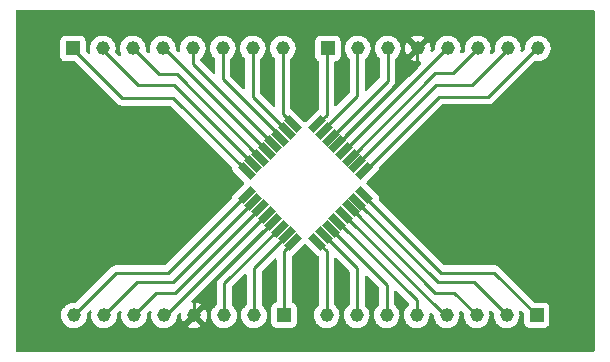
<source format=gbr>
%TF.GenerationSoftware,KiCad,Pcbnew,(6.0.4)*%
%TF.CreationDate,2022-08-04T23:26:18+09:00*%
%TF.ProjectId,ATMega328_breakout,41544d65-6761-4333-9238-5f627265616b,rev?*%
%TF.SameCoordinates,Original*%
%TF.FileFunction,Copper,L1,Top*%
%TF.FilePolarity,Positive*%
%FSLAX46Y46*%
G04 Gerber Fmt 4.6, Leading zero omitted, Abs format (unit mm)*
G04 Created by KiCad (PCBNEW (6.0.4)) date 2022-08-04 23:26:18*
%MOMM*%
%LPD*%
G01*
G04 APERTURE LIST*
G04 Aperture macros list*
%AMRotRect*
0 Rectangle, with rotation*
0 The origin of the aperture is its center*
0 $1 length*
0 $2 width*
0 $3 Rotation angle, in degrees counterclockwise*
0 Add horizontal line*
21,1,$1,$2,0,0,$3*%
G04 Aperture macros list end*
%TA.AperFunction,ComponentPad*%
%ADD10R,1.150000X1.150000*%
%TD*%
%TA.AperFunction,ComponentPad*%
%ADD11C,1.150000*%
%TD*%
%TA.AperFunction,SMDPad,CuDef*%
%ADD12RotRect,0.600000X1.475000X135.000000*%
%TD*%
%TA.AperFunction,SMDPad,CuDef*%
%ADD13RotRect,0.600000X1.475000X45.000000*%
%TD*%
%TA.AperFunction,ViaPad*%
%ADD14C,2.500000*%
%TD*%
%TA.AperFunction,Conductor*%
%ADD15C,0.250000*%
%TD*%
G04 APERTURE END LIST*
D10*
%TO.P,J1,1,1*%
%TO.N,Net-(IC1-Pad8)*%
X116100000Y-89300000D03*
D11*
%TO.P,J1,2,2*%
%TO.N,Net-(IC1-Pad7)*%
X113560000Y-89300000D03*
%TO.P,J1,3,3*%
%TO.N,Net-(IC1-Pad6)*%
X111020000Y-89300000D03*
%TO.P,J1,4,4*%
%TO.N,GND*%
X108480000Y-89300000D03*
%TO.P,J1,5,5*%
%TO.N,VCC*%
X105940000Y-89300000D03*
%TO.P,J1,6,6*%
%TO.N,Net-(IC1-Pad3)*%
X103400000Y-89300000D03*
%TO.P,J1,7,7*%
%TO.N,Net-(IC1-Pad2)*%
X100860000Y-89300000D03*
%TO.P,J1,8,8*%
%TO.N,Net-(IC1-Pad1)*%
X98320000Y-89300000D03*
%TD*%
D12*
%TO.P,IC1,1,(OC2B/INT1/PTCXY)_PD3*%
%TO.N,Net-(IC1-Pad1)*%
X112923382Y-79116820D03*
%TO.P,IC1,2,(XCK0/T0/PTCXY)_PD4*%
%TO.N,Net-(IC1-Pad2)*%
X113489068Y-79682505D03*
%TO.P,IC1,3,(SDA1/ICP4/ACO/PTCXY)_PE0*%
%TO.N,Net-(IC1-Pad3)*%
X114054753Y-80248190D03*
%TO.P,IC1,4,VCC*%
%TO.N,VCC*%
X114620439Y-80813876D03*
%TO.P,IC1,5,GND_1*%
%TO.N,GND*%
X115186124Y-81379561D03*
%TO.P,IC1,6,(SCL1/T4/PTCXY)_PE1*%
%TO.N,Net-(IC1-Pad6)*%
X115751810Y-81945247D03*
%TO.P,IC1,7,(XTAL1/TOSC1)_PB6*%
%TO.N,Net-(IC1-Pad7)*%
X116317495Y-82510932D03*
%TO.P,IC1,8,(XTAL2/TOSC2)_PB7*%
%TO.N,Net-(IC1-Pad8)*%
X116883180Y-83076618D03*
D13*
%TO.P,IC1,9,(OC0B/T1/PTCXY)_PD5*%
%TO.N,Net-(IC1-Pad9)*%
X118916820Y-83076618D03*
%TO.P,IC1,10,(OC0A/PTCXY/AIN0)_PD6*%
%TO.N,Net-(IC1-Pad10)*%
X119482505Y-82510932D03*
%TO.P,IC1,11,(PTCXY/AIN1)_PD7*%
%TO.N,Net-(IC1-Pad11)*%
X120048190Y-81945247D03*
%TO.P,IC1,12,(ICP1/CLKO/PTCXY)_PB0*%
%TO.N,Net-(IC1-Pad12)*%
X120613876Y-81379561D03*
%TO.P,IC1,13,(OC1A/PTCXY)_PB1*%
%TO.N,Net-(IC1-Pad13)*%
X121179561Y-80813876D03*
%TO.P,IC1,14,(~{SS0}/OC1B/PTCXY)_PB2*%
%TO.N,Net-(IC1-Pad14)*%
X121745247Y-80248190D03*
%TO.P,IC1,15,(MOSI0/TXD1/OC2A/PTCXY)_PB3*%
%TO.N,Net-(IC1-Pad15)*%
X122310932Y-79682505D03*
%TO.P,IC1,16,(MISO0/RXD1/PTCXY)_PB4*%
%TO.N,Net-(IC1-Pad16)*%
X122876618Y-79116820D03*
D12*
%TO.P,IC1,17,PB5_(PTCXY/XCK1/SCK0)*%
%TO.N,Net-(IC1-Pad17)*%
X122876618Y-77083180D03*
%TO.P,IC1,18,AVCC*%
%TO.N,Net-(IC1-Pad18)*%
X122310932Y-76517495D03*
%TO.P,IC1,19,PE2_(ADC6/PTCY/ICP3/~{SS1})*%
%TO.N,Net-(IC1-Pad19)*%
X121745247Y-75951810D03*
%TO.P,IC1,20,AREF*%
%TO.N,Net-(IC1-Pad20)*%
X121179561Y-75386124D03*
%TO.P,IC1,21,GND_2*%
%TO.N,GND*%
X120613876Y-74820439D03*
%TO.P,IC1,22,PE3_(ADC7/PTCY/T3/MOSI1)*%
%TO.N,Net-(IC1-Pad22)*%
X120048190Y-74254753D03*
%TO.P,IC1,23,PC0_(ADC0/PTCY/MISO1)*%
%TO.N,Net-(IC1-Pad23)*%
X119482505Y-73689068D03*
%TO.P,IC1,24,PC1_(ADC1/PTCY/SCK1)*%
%TO.N,Net-(IC1-Pad24)*%
X118916820Y-73123382D03*
D13*
%TO.P,IC1,25,PC2_(ADC2/PTCY)*%
%TO.N,Net-(IC1-Pad25)*%
X116883180Y-73123382D03*
%TO.P,IC1,26,PC3_(ADC3/PTCY)*%
%TO.N,Net-(IC1-Pad26)*%
X116317495Y-73689068D03*
%TO.P,IC1,27,PC4_(ADC4/PTCY/SDA0)*%
%TO.N,Net-(IC1-Pad27)*%
X115751810Y-74254753D03*
%TO.P,IC1,28,PC5_(ADC5/PTCY/SCL0)*%
%TO.N,Net-(IC1-Pad28)*%
X115186124Y-74820439D03*
%TO.P,IC1,29,PC6_(~{RESET})*%
%TO.N,Net-(IC1-Pad29)*%
X114620439Y-75386124D03*
%TO.P,IC1,30,PD0_(PTCXY/OC3A/RXD0)*%
%TO.N,Net-(IC1-Pad30)*%
X114054753Y-75951810D03*
%TO.P,IC1,31,PD1_(PTCXY/OC4A/TXD0)*%
%TO.N,Net-(IC1-Pad31)*%
X113489068Y-76517495D03*
%TO.P,IC1,32,PD2_(PTCXY/INT0/OC3B/OC4B)*%
%TO.N,Net-(IC1-Pad32)*%
X112923382Y-77083180D03*
%TD*%
D10*
%TO.P,J3,1,1*%
%TO.N,Net-(IC1-Pad16)*%
X137490000Y-89300000D03*
D11*
%TO.P,J3,2,2*%
%TO.N,Net-(IC1-Pad15)*%
X134950000Y-89300000D03*
%TO.P,J3,3,3*%
%TO.N,Net-(IC1-Pad14)*%
X132410000Y-89300000D03*
%TO.P,J3,4,4*%
%TO.N,Net-(IC1-Pad13)*%
X129870000Y-89300000D03*
%TO.P,J3,5,5*%
%TO.N,Net-(IC1-Pad12)*%
X127330000Y-89300000D03*
%TO.P,J3,6,6*%
%TO.N,Net-(IC1-Pad11)*%
X124790000Y-89300000D03*
%TO.P,J3,7,7*%
%TO.N,Net-(IC1-Pad10)*%
X122250000Y-89300000D03*
%TO.P,J3,8,8*%
%TO.N,Net-(IC1-Pad9)*%
X119710000Y-89300000D03*
%TD*%
D10*
%TO.P,J4,1,1*%
%TO.N,Net-(IC1-Pad24)*%
X119800000Y-66700000D03*
D11*
%TO.P,J4,2,2*%
%TO.N,Net-(IC1-Pad23)*%
X122340000Y-66700000D03*
%TO.P,J4,3,3*%
%TO.N,Net-(IC1-Pad22)*%
X124880000Y-66700000D03*
%TO.P,J4,4,4*%
%TO.N,GND*%
X127420000Y-66700000D03*
%TO.P,J4,5,5*%
%TO.N,Net-(IC1-Pad20)*%
X129960000Y-66700000D03*
%TO.P,J4,6,6*%
%TO.N,Net-(IC1-Pad19)*%
X132500000Y-66700000D03*
%TO.P,J4,7,7*%
%TO.N,Net-(IC1-Pad18)*%
X135040000Y-66700000D03*
%TO.P,J4,8,8*%
%TO.N,Net-(IC1-Pad17)*%
X137580000Y-66700000D03*
%TD*%
D10*
%TO.P,J2,1,1*%
%TO.N,Net-(IC1-Pad32)*%
X98210000Y-66700000D03*
D11*
%TO.P,J2,2,2*%
%TO.N,Net-(IC1-Pad31)*%
X100750000Y-66700000D03*
%TO.P,J2,3,3*%
%TO.N,Net-(IC1-Pad30)*%
X103290000Y-66700000D03*
%TO.P,J2,4,4*%
%TO.N,Net-(IC1-Pad29)*%
X105830000Y-66700000D03*
%TO.P,J2,5,5*%
%TO.N,Net-(IC1-Pad28)*%
X108370000Y-66700000D03*
%TO.P,J2,6,6*%
%TO.N,Net-(IC1-Pad27)*%
X110910000Y-66700000D03*
%TO.P,J2,7,7*%
%TO.N,Net-(IC1-Pad26)*%
X113450000Y-66700000D03*
%TO.P,J2,8,8*%
%TO.N,Net-(IC1-Pad25)*%
X115990000Y-66700000D03*
%TD*%
D14*
%TO.N,GND*%
X94800000Y-91000000D03*
X94700000Y-64800000D03*
X141100000Y-64800000D03*
X141100000Y-91100000D03*
%TD*%
D15*
%TO.N,Net-(IC1-Pad1)*%
X101900000Y-85700000D02*
X106300000Y-85700000D01*
X98320000Y-89280000D02*
X101900000Y-85700000D01*
X112883180Y-79116820D02*
X112923382Y-79116820D01*
X98320000Y-89300000D02*
X98320000Y-89280000D01*
X106300000Y-85700000D02*
X112883180Y-79116820D01*
%TO.N,Net-(IC1-Pad2)*%
X103660000Y-86500000D02*
X106671573Y-86500000D01*
X100860000Y-89300000D02*
X103660000Y-86500000D01*
X106671573Y-86500000D02*
X113489068Y-79682505D01*
%TO.N,Net-(IC1-Pad3)*%
X114054753Y-80248190D02*
X106902943Y-87400000D01*
X106902943Y-87400000D02*
X105300000Y-87400000D01*
X105300000Y-87400000D02*
X103400000Y-89300000D01*
%TO.N,Net-(IC1-Pad6)*%
X115654753Y-81945247D02*
X111020000Y-86580000D01*
X115751810Y-81945247D02*
X115654753Y-81945247D01*
X111020000Y-86580000D02*
X111020000Y-89300000D01*
%TO.N,Net-(IC1-Pad7)*%
X116317495Y-82510932D02*
X116317495Y-82532505D01*
X113560000Y-85290000D02*
X113560000Y-89300000D01*
X116317495Y-82532505D02*
X113560000Y-85290000D01*
%TO.N,Net-(IC1-Pad8)*%
X116100000Y-83859798D02*
X116100000Y-89300000D01*
X116883180Y-83076618D02*
X116100000Y-83859798D01*
%TO.N,Net-(IC1-Pad9)*%
X119710000Y-83869798D02*
X119710000Y-89300000D01*
X118916820Y-83076618D02*
X119710000Y-83869798D01*
%TO.N,Net-(IC1-Pad10)*%
X122300000Y-85300000D02*
X122300000Y-89250000D01*
X119510932Y-82510932D02*
X122300000Y-85300000D01*
X122300000Y-89250000D02*
X122250000Y-89300000D01*
X119482505Y-82510932D02*
X119510932Y-82510932D01*
%TO.N,Net-(IC1-Pad11)*%
X124790000Y-86687057D02*
X124790000Y-89300000D01*
X120048190Y-81945247D02*
X124790000Y-86687057D01*
%TO.N,Net-(IC1-Pad12)*%
X120679561Y-81379561D02*
X127330000Y-88030000D01*
X127330000Y-88030000D02*
X127330000Y-89300000D01*
X120613876Y-81379561D02*
X120679561Y-81379561D01*
%TO.N,Net-(IC1-Pad13)*%
X129700000Y-89300000D02*
X129870000Y-89300000D01*
X121213876Y-80813876D02*
X129700000Y-89300000D01*
X121179561Y-80813876D02*
X121213876Y-80813876D01*
%TO.N,Net-(IC1-Pad14)*%
X121745247Y-80248190D02*
X128897057Y-87400000D01*
X128897057Y-87400000D02*
X130500000Y-87400000D01*
X132400000Y-89300000D02*
X132410000Y-89300000D01*
X130500000Y-87400000D02*
X132400000Y-89300000D01*
%TO.N,Net-(IC1-Pad15)*%
X132150000Y-86500000D02*
X134950000Y-89300000D01*
X122310932Y-79682505D02*
X129128427Y-86500000D01*
X129128427Y-86500000D02*
X132150000Y-86500000D01*
%TO.N,Net-(IC1-Pad16)*%
X129400000Y-85700000D02*
X133890000Y-85700000D01*
X133890000Y-85700000D02*
X137490000Y-89300000D01*
X122876618Y-79176618D02*
X129400000Y-85700000D01*
X122876618Y-79116820D02*
X122876618Y-79176618D01*
%TO.N,Net-(IC1-Pad17)*%
X122916820Y-77083180D02*
X129200000Y-70800000D01*
X129200000Y-70800000D02*
X133380000Y-70800000D01*
X133380000Y-70800000D02*
X137480000Y-66700000D01*
X122876618Y-77083180D02*
X122916820Y-77083180D01*
%TO.N,Net-(IC1-Pad18)*%
X129000000Y-69800000D02*
X132000000Y-69800000D01*
X122310932Y-76489068D02*
X129000000Y-69800000D01*
X122310932Y-76517495D02*
X122310932Y-76489068D01*
X132000000Y-69800000D02*
X135040000Y-66760000D01*
X135040000Y-66760000D02*
X135040000Y-66700000D01*
%TO.N,Net-(IC1-Pad19)*%
X128897057Y-68800000D02*
X130400000Y-68800000D01*
X121745247Y-75951810D02*
X128897057Y-68800000D01*
X130400000Y-68800000D02*
X132500000Y-66700000D01*
%TO.N,Net-(IC1-Pad20)*%
X121179561Y-75386124D02*
X121179561Y-75380439D01*
X121179561Y-75380439D02*
X129860000Y-66700000D01*
%TO.N,Net-(IC1-Pad22)*%
X120048190Y-74254753D02*
X124880000Y-69422943D01*
X124880000Y-69422943D02*
X124880000Y-66700000D01*
%TO.N,Net-(IC1-Pad23)*%
X119482505Y-73689068D02*
X119482505Y-73517495D01*
X119482505Y-73517495D02*
X122300000Y-70700000D01*
X122300000Y-70700000D02*
X122300000Y-66760000D01*
%TO.N,Net-(IC1-Pad24)*%
X119700000Y-72340202D02*
X118916820Y-73123382D01*
X119700000Y-66700000D02*
X119700000Y-72340202D01*
%TO.N,Net-(IC1-Pad25)*%
X115990000Y-72230202D02*
X115990000Y-66700000D01*
X116883180Y-73123382D02*
X115990000Y-72230202D01*
%TO.N,Net-(IC1-Pad26)*%
X113450000Y-70821574D02*
X113450000Y-66700000D01*
X116317495Y-73689068D02*
X113450000Y-70821574D01*
%TO.N,Net-(IC1-Pad27)*%
X115751810Y-74151810D02*
X110910000Y-69310000D01*
X110910000Y-69310000D02*
X110910000Y-66700000D01*
X115751810Y-74254753D02*
X115751810Y-74151810D01*
%TO.N,Net-(IC1-Pad28)*%
X115186124Y-74820439D02*
X108370000Y-68004315D01*
X108370000Y-68004315D02*
X108370000Y-66700000D01*
%TO.N,Net-(IC1-Pad29)*%
X114620439Y-75386124D02*
X105934315Y-66700000D01*
X105934315Y-66700000D02*
X105830000Y-66700000D01*
%TO.N,Net-(IC1-Pad30)*%
X114054753Y-75951810D02*
X107002943Y-68900000D01*
X103300000Y-66700000D02*
X103290000Y-66700000D01*
X107002943Y-68900000D02*
X105500000Y-68900000D01*
X105500000Y-68900000D02*
X103300000Y-66700000D01*
%TO.N,Net-(IC1-Pad31)*%
X113489068Y-76517495D02*
X106771573Y-69800000D01*
X100750000Y-66850000D02*
X100750000Y-66700000D01*
X106771573Y-69800000D02*
X103700000Y-69800000D01*
X103700000Y-69800000D02*
X100750000Y-66850000D01*
%TO.N,Net-(IC1-Pad32)*%
X98210000Y-66700000D02*
X98210000Y-66710000D01*
X102400000Y-70900000D02*
X106740202Y-70900000D01*
X106740202Y-70900000D02*
X112923382Y-77083180D01*
X98210000Y-66710000D02*
X102400000Y-70900000D01*
%TO.N,VCC*%
X114586124Y-80813876D02*
X106100000Y-89300000D01*
X106100000Y-89300000D02*
X105940000Y-89300000D01*
X114620439Y-80813876D02*
X114586124Y-80813876D01*
%TO.N,GND*%
X120613876Y-74820439D02*
X120679561Y-74820439D01*
X127320000Y-68180000D02*
X127320000Y-66700000D01*
X120679561Y-74820439D02*
X127320000Y-68180000D01*
X115186124Y-81379561D02*
X108480000Y-88085685D01*
X108480000Y-88085685D02*
X108480000Y-89300000D01*
%TD*%
%TA.AperFunction,Conductor*%
%TO.N,GND*%
G36*
X142333621Y-63428502D02*
G01*
X142380114Y-63482158D01*
X142391500Y-63534500D01*
X142391500Y-92265500D01*
X142371498Y-92333621D01*
X142317842Y-92380114D01*
X142265500Y-92391500D01*
X93534500Y-92391500D01*
X93466379Y-92371498D01*
X93419886Y-92317842D01*
X93408500Y-92265500D01*
X93408500Y-67323134D01*
X97126500Y-67323134D01*
X97133255Y-67385316D01*
X97184385Y-67521705D01*
X97271739Y-67638261D01*
X97388295Y-67725615D01*
X97524684Y-67776745D01*
X97586866Y-67783500D01*
X98335406Y-67783500D01*
X98403527Y-67803502D01*
X98424501Y-67820405D01*
X100161514Y-69557419D01*
X101896348Y-71292253D01*
X101903888Y-71300539D01*
X101908000Y-71307018D01*
X101913777Y-71312443D01*
X101957651Y-71353643D01*
X101960493Y-71356398D01*
X101980230Y-71376135D01*
X101983427Y-71378615D01*
X101992447Y-71386318D01*
X102024679Y-71416586D01*
X102031625Y-71420405D01*
X102031628Y-71420407D01*
X102042434Y-71426348D01*
X102058953Y-71437199D01*
X102074959Y-71449614D01*
X102082228Y-71452759D01*
X102082232Y-71452762D01*
X102115537Y-71467174D01*
X102126187Y-71472391D01*
X102164940Y-71493695D01*
X102172615Y-71495666D01*
X102172616Y-71495666D01*
X102184562Y-71498733D01*
X102203267Y-71505137D01*
X102221855Y-71513181D01*
X102229678Y-71514420D01*
X102229688Y-71514423D01*
X102265524Y-71520099D01*
X102277144Y-71522505D01*
X102312289Y-71531528D01*
X102319970Y-71533500D01*
X102340224Y-71533500D01*
X102359934Y-71535051D01*
X102379943Y-71538220D01*
X102387835Y-71537474D01*
X102423961Y-71534059D01*
X102435819Y-71533500D01*
X106425608Y-71533500D01*
X106493729Y-71553502D01*
X106514703Y-71570405D01*
X111640398Y-76696101D01*
X111674424Y-76758413D01*
X111676059Y-76773619D01*
X111676030Y-76773821D01*
X111681665Y-76813169D01*
X111695406Y-76909121D01*
X111695407Y-76909124D01*
X111696679Y-76918007D01*
X111756966Y-77050603D01*
X111761913Y-77056756D01*
X111761915Y-77056759D01*
X111777882Y-77076617D01*
X111796159Y-77099349D01*
X112707715Y-78010905D01*
X112741741Y-78073217D01*
X112736676Y-78144032D01*
X112707715Y-78189095D01*
X111796159Y-79100651D01*
X111794019Y-79103313D01*
X111761915Y-79143241D01*
X111761913Y-79143244D01*
X111756966Y-79149397D01*
X111696679Y-79281993D01*
X111686095Y-79355895D01*
X111681665Y-79386830D01*
X111652208Y-79451427D01*
X111646033Y-79458062D01*
X106074500Y-85029595D01*
X106012188Y-85063621D01*
X105985405Y-85066500D01*
X101978768Y-85066500D01*
X101967585Y-85065973D01*
X101960092Y-85064298D01*
X101952166Y-85064547D01*
X101952165Y-85064547D01*
X101892002Y-85066438D01*
X101888044Y-85066500D01*
X101860144Y-85066500D01*
X101856154Y-85067004D01*
X101844320Y-85067936D01*
X101800111Y-85069326D01*
X101792495Y-85071539D01*
X101792493Y-85071539D01*
X101780652Y-85074979D01*
X101761293Y-85078988D01*
X101759983Y-85079154D01*
X101741203Y-85081526D01*
X101733837Y-85084442D01*
X101733831Y-85084444D01*
X101700098Y-85097800D01*
X101688868Y-85101645D01*
X101672828Y-85106305D01*
X101646407Y-85113981D01*
X101639584Y-85118016D01*
X101628966Y-85124295D01*
X101611213Y-85132992D01*
X101603568Y-85136019D01*
X101592383Y-85140448D01*
X101578705Y-85150386D01*
X101556612Y-85166437D01*
X101546695Y-85172951D01*
X101508638Y-85195458D01*
X101494317Y-85209779D01*
X101479284Y-85222619D01*
X101462893Y-85234528D01*
X101454217Y-85245016D01*
X101434702Y-85268605D01*
X101426712Y-85277384D01*
X98523187Y-88180908D01*
X98460875Y-88214934D01*
X98432442Y-88217802D01*
X98234625Y-88215212D01*
X98038368Y-88248936D01*
X97851543Y-88317859D01*
X97846582Y-88320811D01*
X97846581Y-88320811D01*
X97741221Y-88383494D01*
X97680406Y-88419675D01*
X97530690Y-88550972D01*
X97527118Y-88555503D01*
X97431443Y-88676866D01*
X97407407Y-88707355D01*
X97314688Y-88883586D01*
X97255637Y-89073763D01*
X97232231Y-89271516D01*
X97245255Y-89470223D01*
X97294272Y-89663229D01*
X97377641Y-89844071D01*
X97383708Y-89852656D01*
X97428709Y-89916330D01*
X97492570Y-90006692D01*
X97635210Y-90145645D01*
X97800784Y-90256278D01*
X97806087Y-90258556D01*
X97806090Y-90258558D01*
X97969506Y-90328767D01*
X97983746Y-90334885D01*
X98055276Y-90351071D01*
X98172332Y-90377558D01*
X98172337Y-90377559D01*
X98177969Y-90378833D01*
X98183740Y-90379060D01*
X98183742Y-90379060D01*
X98243969Y-90381426D01*
X98376949Y-90386651D01*
X98492506Y-90369896D01*
X98568300Y-90358907D01*
X98568304Y-90358906D01*
X98574022Y-90358077D01*
X98579494Y-90356219D01*
X98579496Y-90356219D01*
X98757119Y-90295923D01*
X98762587Y-90294067D01*
X98768448Y-90290785D01*
X98931291Y-90199588D01*
X98936330Y-90196766D01*
X98993938Y-90148855D01*
X99085001Y-90073119D01*
X99089433Y-90069433D01*
X99208282Y-89926531D01*
X99213077Y-89920766D01*
X99213079Y-89920764D01*
X99216766Y-89916330D01*
X99314067Y-89742587D01*
X99378077Y-89554022D01*
X99378923Y-89548191D01*
X99406118Y-89360623D01*
X99406651Y-89356949D01*
X99408142Y-89300000D01*
X99398104Y-89190756D01*
X99395688Y-89164464D01*
X99409373Y-89094799D01*
X99432064Y-89063840D01*
X99603146Y-88892758D01*
X99665458Y-88858732D01*
X99736273Y-88863797D01*
X99793109Y-88906344D01*
X99817920Y-88972864D01*
X99812574Y-89019216D01*
X99795637Y-89073763D01*
X99772231Y-89271516D01*
X99785255Y-89470223D01*
X99834272Y-89663229D01*
X99917641Y-89844071D01*
X99923708Y-89852656D01*
X99968709Y-89916330D01*
X100032570Y-90006692D01*
X100175210Y-90145645D01*
X100340784Y-90256278D01*
X100346087Y-90258556D01*
X100346090Y-90258558D01*
X100509506Y-90328767D01*
X100523746Y-90334885D01*
X100595276Y-90351071D01*
X100712332Y-90377558D01*
X100712337Y-90377559D01*
X100717969Y-90378833D01*
X100723740Y-90379060D01*
X100723742Y-90379060D01*
X100783969Y-90381426D01*
X100916949Y-90386651D01*
X101032506Y-90369896D01*
X101108300Y-90358907D01*
X101108304Y-90358906D01*
X101114022Y-90358077D01*
X101119494Y-90356219D01*
X101119496Y-90356219D01*
X101297119Y-90295923D01*
X101302587Y-90294067D01*
X101308448Y-90290785D01*
X101471291Y-90199588D01*
X101476330Y-90196766D01*
X101533938Y-90148855D01*
X101625001Y-90073119D01*
X101629433Y-90069433D01*
X101748282Y-89926531D01*
X101753077Y-89920766D01*
X101753079Y-89920764D01*
X101756766Y-89916330D01*
X101854067Y-89742587D01*
X101918077Y-89554022D01*
X101918923Y-89548191D01*
X101946118Y-89360623D01*
X101946651Y-89356949D01*
X101948142Y-89300000D01*
X101938104Y-89190756D01*
X101937371Y-89182781D01*
X101951056Y-89113116D01*
X101973747Y-89082157D01*
X102134139Y-88921765D01*
X102196451Y-88887739D01*
X102267266Y-88892804D01*
X102324102Y-88935351D01*
X102348913Y-89001871D01*
X102343567Y-89048224D01*
X102335637Y-89073763D01*
X102312231Y-89271516D01*
X102325255Y-89470223D01*
X102374272Y-89663229D01*
X102457641Y-89844071D01*
X102463708Y-89852656D01*
X102508709Y-89916330D01*
X102572570Y-90006692D01*
X102715210Y-90145645D01*
X102880784Y-90256278D01*
X102886087Y-90258556D01*
X102886090Y-90258558D01*
X103049506Y-90328767D01*
X103063746Y-90334885D01*
X103135276Y-90351071D01*
X103252332Y-90377558D01*
X103252337Y-90377559D01*
X103257969Y-90378833D01*
X103263740Y-90379060D01*
X103263742Y-90379060D01*
X103323969Y-90381426D01*
X103456949Y-90386651D01*
X103572506Y-90369896D01*
X103648300Y-90358907D01*
X103648304Y-90358906D01*
X103654022Y-90358077D01*
X103659494Y-90356219D01*
X103659496Y-90356219D01*
X103837119Y-90295923D01*
X103842587Y-90294067D01*
X103848448Y-90290785D01*
X104011291Y-90199588D01*
X104016330Y-90196766D01*
X104073938Y-90148855D01*
X104165001Y-90073119D01*
X104169433Y-90069433D01*
X104288282Y-89926531D01*
X104293077Y-89920766D01*
X104293079Y-89920764D01*
X104296766Y-89916330D01*
X104394067Y-89742587D01*
X104458077Y-89554022D01*
X104458923Y-89548191D01*
X104486118Y-89360623D01*
X104486651Y-89356949D01*
X104488142Y-89300000D01*
X104478104Y-89190756D01*
X104477371Y-89182781D01*
X104491056Y-89113116D01*
X104513747Y-89082157D01*
X104674139Y-88921765D01*
X104736451Y-88887739D01*
X104807266Y-88892804D01*
X104864102Y-88935351D01*
X104888913Y-89001871D01*
X104883567Y-89048224D01*
X104875637Y-89073763D01*
X104852231Y-89271516D01*
X104865255Y-89470223D01*
X104914272Y-89663229D01*
X104997641Y-89844071D01*
X105003708Y-89852656D01*
X105048709Y-89916330D01*
X105112570Y-90006692D01*
X105255210Y-90145645D01*
X105420784Y-90256278D01*
X105426087Y-90258556D01*
X105426090Y-90258558D01*
X105589506Y-90328767D01*
X105603746Y-90334885D01*
X105675276Y-90351071D01*
X105792332Y-90377558D01*
X105792337Y-90377559D01*
X105797969Y-90378833D01*
X105803740Y-90379060D01*
X105803742Y-90379060D01*
X105863969Y-90381426D01*
X105996949Y-90386651D01*
X106112506Y-90369896D01*
X106188300Y-90358907D01*
X106188304Y-90358906D01*
X106194022Y-90358077D01*
X106199494Y-90356219D01*
X106199496Y-90356219D01*
X106377119Y-90295923D01*
X106382587Y-90294067D01*
X106388448Y-90290785D01*
X106509004Y-90223270D01*
X107921091Y-90223270D01*
X107930971Y-90235757D01*
X107956222Y-90252629D01*
X107966330Y-90258117D01*
X108138598Y-90332129D01*
X108149531Y-90335681D01*
X108332398Y-90377060D01*
X108343807Y-90378562D01*
X108531155Y-90385922D01*
X108542637Y-90385320D01*
X108728191Y-90358417D01*
X108739374Y-90355732D01*
X108916911Y-90295467D01*
X108927426Y-90290785D01*
X109029662Y-90233530D01*
X109039526Y-90223452D01*
X109036571Y-90215781D01*
X108492812Y-89672022D01*
X108478868Y-89664408D01*
X108477035Y-89664539D01*
X108470420Y-89668790D01*
X107927287Y-90211923D01*
X107921091Y-90223270D01*
X106509004Y-90223270D01*
X106551291Y-90199588D01*
X106556330Y-90196766D01*
X106613938Y-90148855D01*
X106705001Y-90073119D01*
X106709433Y-90069433D01*
X106828282Y-89926531D01*
X106833077Y-89920766D01*
X106833079Y-89920764D01*
X106836766Y-89916330D01*
X106934067Y-89742587D01*
X106998077Y-89554022D01*
X106998923Y-89548191D01*
X107026118Y-89360623D01*
X107026651Y-89356949D01*
X107027693Y-89317147D01*
X107049471Y-89249573D01*
X107064555Y-89231349D01*
X107185254Y-89110650D01*
X107247566Y-89076624D01*
X107318381Y-89081689D01*
X107375217Y-89124236D01*
X107400028Y-89190756D01*
X107399476Y-89214554D01*
X107393412Y-89265792D01*
X107393111Y-89277295D01*
X107405373Y-89464376D01*
X107407174Y-89475746D01*
X107453323Y-89657462D01*
X107457164Y-89668308D01*
X107535658Y-89838574D01*
X107541410Y-89848538D01*
X107543725Y-89851813D01*
X107554314Y-89860203D01*
X107567616Y-89853174D01*
X108119658Y-89301132D01*
X108844408Y-89301132D01*
X108844539Y-89302965D01*
X108848790Y-89309580D01*
X109391866Y-89852656D01*
X109404246Y-89859416D01*
X109410826Y-89854490D01*
X109470785Y-89747426D01*
X109475467Y-89736911D01*
X109535732Y-89559374D01*
X109538417Y-89548191D01*
X109565616Y-89360597D01*
X109566246Y-89353214D01*
X109567543Y-89303704D01*
X109567300Y-89296305D01*
X109549956Y-89107547D01*
X109547859Y-89096233D01*
X109496967Y-88915784D01*
X109492845Y-88905045D01*
X109415422Y-88748047D01*
X109405875Y-88737670D01*
X109399442Y-88739768D01*
X108852022Y-89287188D01*
X108844408Y-89301132D01*
X108119658Y-89301132D01*
X109032155Y-88388635D01*
X109038915Y-88376255D01*
X109032885Y-88368200D01*
X108978657Y-88333985D01*
X108968418Y-88328768D01*
X108794274Y-88259291D01*
X108783236Y-88256021D01*
X108599356Y-88219445D01*
X108587910Y-88218242D01*
X108400444Y-88215789D01*
X108393233Y-88216356D01*
X108323753Y-88201759D01*
X108273195Y-88151915D01*
X108257610Y-88082650D01*
X108281947Y-88015955D01*
X108294255Y-88001649D01*
X114199679Y-82096225D01*
X114261991Y-82062199D01*
X114293214Y-82061074D01*
X114293214Y-82059956D01*
X114302195Y-82059956D01*
X114311080Y-82061228D01*
X114323933Y-82059387D01*
X114327865Y-82059955D01*
X114328938Y-82059955D01*
X114328938Y-82060110D01*
X114394198Y-82069531D01*
X114447827Y-82116054D01*
X114467791Y-82184186D01*
X114447750Y-82252296D01*
X114430886Y-82273210D01*
X110627747Y-86076348D01*
X110619461Y-86083888D01*
X110612982Y-86088000D01*
X110607557Y-86093777D01*
X110566357Y-86137651D01*
X110563602Y-86140493D01*
X110543865Y-86160230D01*
X110541385Y-86163427D01*
X110533682Y-86172447D01*
X110503414Y-86204679D01*
X110499595Y-86211625D01*
X110499593Y-86211628D01*
X110493652Y-86222434D01*
X110482801Y-86238953D01*
X110470386Y-86254959D01*
X110467241Y-86262228D01*
X110467238Y-86262232D01*
X110452826Y-86295537D01*
X110447609Y-86306187D01*
X110426305Y-86344940D01*
X110424334Y-86352615D01*
X110424334Y-86352616D01*
X110421267Y-86364562D01*
X110414863Y-86383266D01*
X110406819Y-86401855D01*
X110405580Y-86409678D01*
X110405577Y-86409688D01*
X110399901Y-86445524D01*
X110397495Y-86457144D01*
X110390014Y-86486283D01*
X110386500Y-86499970D01*
X110386500Y-86520224D01*
X110384949Y-86539934D01*
X110381780Y-86559943D01*
X110382526Y-86567835D01*
X110385941Y-86603961D01*
X110386500Y-86615819D01*
X110386500Y-88357241D01*
X110366498Y-88425362D01*
X110343577Y-88451973D01*
X110230690Y-88550972D01*
X110227118Y-88555503D01*
X110131443Y-88676866D01*
X110107407Y-88707355D01*
X110014688Y-88883586D01*
X109955637Y-89073763D01*
X109932231Y-89271516D01*
X109945255Y-89470223D01*
X109994272Y-89663229D01*
X110077641Y-89844071D01*
X110083708Y-89852656D01*
X110128709Y-89916330D01*
X110192570Y-90006692D01*
X110335210Y-90145645D01*
X110500784Y-90256278D01*
X110506087Y-90258556D01*
X110506090Y-90258558D01*
X110669506Y-90328767D01*
X110683746Y-90334885D01*
X110755276Y-90351071D01*
X110872332Y-90377558D01*
X110872337Y-90377559D01*
X110877969Y-90378833D01*
X110883740Y-90379060D01*
X110883742Y-90379060D01*
X110943969Y-90381426D01*
X111076949Y-90386651D01*
X111192506Y-90369896D01*
X111268300Y-90358907D01*
X111268304Y-90358906D01*
X111274022Y-90358077D01*
X111279494Y-90356219D01*
X111279496Y-90356219D01*
X111457119Y-90295923D01*
X111462587Y-90294067D01*
X111468448Y-90290785D01*
X111631291Y-90199588D01*
X111636330Y-90196766D01*
X111693938Y-90148855D01*
X111785001Y-90073119D01*
X111789433Y-90069433D01*
X111908282Y-89926531D01*
X111913077Y-89920766D01*
X111913079Y-89920764D01*
X111916766Y-89916330D01*
X112014067Y-89742587D01*
X112078077Y-89554022D01*
X112078923Y-89548191D01*
X112106118Y-89360623D01*
X112106651Y-89356949D01*
X112108142Y-89300000D01*
X112094677Y-89153465D01*
X112090450Y-89107456D01*
X112090449Y-89107453D01*
X112089921Y-89101702D01*
X112087975Y-89094799D01*
X112037436Y-88915604D01*
X112037435Y-88915602D01*
X112035868Y-88910045D01*
X112033314Y-88904865D01*
X111950349Y-88736627D01*
X111950346Y-88736623D01*
X111947794Y-88731447D01*
X111904500Y-88673469D01*
X111832100Y-88576515D01*
X111828647Y-88571891D01*
X111693970Y-88447397D01*
X111657526Y-88386469D01*
X111653500Y-88354873D01*
X111653500Y-86894594D01*
X111673502Y-86826473D01*
X111690405Y-86805499D01*
X112711405Y-85784499D01*
X112773717Y-85750473D01*
X112844532Y-85755538D01*
X112901368Y-85798085D01*
X112926179Y-85864605D01*
X112926500Y-85873594D01*
X112926500Y-88357241D01*
X112906498Y-88425362D01*
X112883577Y-88451973D01*
X112770690Y-88550972D01*
X112767118Y-88555503D01*
X112671443Y-88676866D01*
X112647407Y-88707355D01*
X112554688Y-88883586D01*
X112495637Y-89073763D01*
X112472231Y-89271516D01*
X112485255Y-89470223D01*
X112534272Y-89663229D01*
X112617641Y-89844071D01*
X112623708Y-89852656D01*
X112668709Y-89916330D01*
X112732570Y-90006692D01*
X112875210Y-90145645D01*
X113040784Y-90256278D01*
X113046087Y-90258556D01*
X113046090Y-90258558D01*
X113209506Y-90328767D01*
X113223746Y-90334885D01*
X113295276Y-90351071D01*
X113412332Y-90377558D01*
X113412337Y-90377559D01*
X113417969Y-90378833D01*
X113423740Y-90379060D01*
X113423742Y-90379060D01*
X113483969Y-90381426D01*
X113616949Y-90386651D01*
X113732506Y-90369896D01*
X113808300Y-90358907D01*
X113808304Y-90358906D01*
X113814022Y-90358077D01*
X113819494Y-90356219D01*
X113819496Y-90356219D01*
X113997119Y-90295923D01*
X114002587Y-90294067D01*
X114008448Y-90290785D01*
X114171291Y-90199588D01*
X114176330Y-90196766D01*
X114233938Y-90148855D01*
X114325001Y-90073119D01*
X114329433Y-90069433D01*
X114448282Y-89926531D01*
X114453077Y-89920766D01*
X114453079Y-89920764D01*
X114456766Y-89916330D01*
X114554067Y-89742587D01*
X114618077Y-89554022D01*
X114618923Y-89548191D01*
X114646118Y-89360623D01*
X114646651Y-89356949D01*
X114648142Y-89300000D01*
X114634677Y-89153465D01*
X114630450Y-89107456D01*
X114630449Y-89107453D01*
X114629921Y-89101702D01*
X114627975Y-89094799D01*
X114577436Y-88915604D01*
X114577435Y-88915602D01*
X114575868Y-88910045D01*
X114573314Y-88904865D01*
X114490349Y-88736627D01*
X114490346Y-88736623D01*
X114487794Y-88731447D01*
X114444500Y-88673469D01*
X114372100Y-88576515D01*
X114368647Y-88571891D01*
X114233970Y-88447397D01*
X114197526Y-88386469D01*
X114193500Y-88354873D01*
X114193500Y-85604594D01*
X114213502Y-85536473D01*
X114230405Y-85515499D01*
X115251405Y-84494500D01*
X115313717Y-84460474D01*
X115384533Y-84465539D01*
X115441368Y-84508086D01*
X115466179Y-84574606D01*
X115466500Y-84583595D01*
X115466500Y-88116502D01*
X115446498Y-88184623D01*
X115392842Y-88231116D01*
X115384730Y-88234484D01*
X115325555Y-88256668D01*
X115278295Y-88274385D01*
X115161739Y-88361739D01*
X115074385Y-88478295D01*
X115023255Y-88614684D01*
X115016500Y-88676866D01*
X115016500Y-89923134D01*
X115023255Y-89985316D01*
X115074385Y-90121705D01*
X115161739Y-90238261D01*
X115278295Y-90325615D01*
X115414684Y-90376745D01*
X115476866Y-90383500D01*
X116723134Y-90383500D01*
X116785316Y-90376745D01*
X116921705Y-90325615D01*
X117038261Y-90238261D01*
X117125615Y-90121705D01*
X117176745Y-89985316D01*
X117183500Y-89923134D01*
X117183500Y-88676866D01*
X117176745Y-88614684D01*
X117125615Y-88478295D01*
X117038261Y-88361739D01*
X116921705Y-88274385D01*
X116874445Y-88256668D01*
X116815270Y-88234484D01*
X116758506Y-88191842D01*
X116733806Y-88125281D01*
X116733500Y-88116502D01*
X116733500Y-84377401D01*
X116753502Y-84309280D01*
X116807350Y-84262700D01*
X116843413Y-84246304D01*
X116843419Y-84246300D01*
X116850603Y-84243034D01*
X116856756Y-84238087D01*
X116856759Y-84238085D01*
X116896687Y-84205981D01*
X116899349Y-84203841D01*
X117810905Y-83292285D01*
X117873217Y-83258259D01*
X117944032Y-83263324D01*
X117989095Y-83292285D01*
X118900651Y-84203841D01*
X118903313Y-84205981D01*
X118943241Y-84238085D01*
X118943244Y-84238087D01*
X118949397Y-84243034D01*
X118956585Y-84246302D01*
X119002651Y-84267247D01*
X119056384Y-84313651D01*
X119076500Y-84381948D01*
X119076500Y-88357241D01*
X119056498Y-88425362D01*
X119033577Y-88451973D01*
X118920690Y-88550972D01*
X118917118Y-88555503D01*
X118821443Y-88676866D01*
X118797407Y-88707355D01*
X118704688Y-88883586D01*
X118645637Y-89073763D01*
X118622231Y-89271516D01*
X118635255Y-89470223D01*
X118684272Y-89663229D01*
X118767641Y-89844071D01*
X118773708Y-89852656D01*
X118818709Y-89916330D01*
X118882570Y-90006692D01*
X119025210Y-90145645D01*
X119190784Y-90256278D01*
X119196087Y-90258556D01*
X119196090Y-90258558D01*
X119359506Y-90328767D01*
X119373746Y-90334885D01*
X119445276Y-90351071D01*
X119562332Y-90377558D01*
X119562337Y-90377559D01*
X119567969Y-90378833D01*
X119573740Y-90379060D01*
X119573742Y-90379060D01*
X119633969Y-90381426D01*
X119766949Y-90386651D01*
X119882506Y-90369896D01*
X119958300Y-90358907D01*
X119958304Y-90358906D01*
X119964022Y-90358077D01*
X119969494Y-90356219D01*
X119969496Y-90356219D01*
X120147119Y-90295923D01*
X120152587Y-90294067D01*
X120158448Y-90290785D01*
X120321291Y-90199588D01*
X120326330Y-90196766D01*
X120383938Y-90148855D01*
X120475001Y-90073119D01*
X120479433Y-90069433D01*
X120598282Y-89926531D01*
X120603077Y-89920766D01*
X120603079Y-89920764D01*
X120606766Y-89916330D01*
X120704067Y-89742587D01*
X120768077Y-89554022D01*
X120768923Y-89548191D01*
X120796118Y-89360623D01*
X120796651Y-89356949D01*
X120798142Y-89300000D01*
X120784677Y-89153465D01*
X120780450Y-89107456D01*
X120780449Y-89107453D01*
X120779921Y-89101702D01*
X120777975Y-89094799D01*
X120727436Y-88915604D01*
X120727435Y-88915602D01*
X120725868Y-88910045D01*
X120723314Y-88904865D01*
X120640349Y-88736627D01*
X120640346Y-88736623D01*
X120637794Y-88731447D01*
X120594500Y-88673469D01*
X120522100Y-88576515D01*
X120518647Y-88571891D01*
X120383970Y-88447397D01*
X120347526Y-88386469D01*
X120343500Y-88354873D01*
X120343500Y-84543594D01*
X120363502Y-84475473D01*
X120417158Y-84428980D01*
X120487432Y-84418876D01*
X120552012Y-84448370D01*
X120558595Y-84454499D01*
X121629595Y-85525500D01*
X121663621Y-85587812D01*
X121666500Y-85614595D01*
X121666500Y-88315373D01*
X121646498Y-88383494D01*
X121614794Y-88417064D01*
X121610406Y-88419675D01*
X121460690Y-88550972D01*
X121457118Y-88555503D01*
X121361443Y-88676866D01*
X121337407Y-88707355D01*
X121244688Y-88883586D01*
X121185637Y-89073763D01*
X121162231Y-89271516D01*
X121175255Y-89470223D01*
X121224272Y-89663229D01*
X121307641Y-89844071D01*
X121313708Y-89852656D01*
X121358709Y-89916330D01*
X121422570Y-90006692D01*
X121565210Y-90145645D01*
X121730784Y-90256278D01*
X121736087Y-90258556D01*
X121736090Y-90258558D01*
X121899506Y-90328767D01*
X121913746Y-90334885D01*
X121985276Y-90351071D01*
X122102332Y-90377558D01*
X122102337Y-90377559D01*
X122107969Y-90378833D01*
X122113740Y-90379060D01*
X122113742Y-90379060D01*
X122173969Y-90381426D01*
X122306949Y-90386651D01*
X122422506Y-90369896D01*
X122498300Y-90358907D01*
X122498304Y-90358906D01*
X122504022Y-90358077D01*
X122509494Y-90356219D01*
X122509496Y-90356219D01*
X122687119Y-90295923D01*
X122692587Y-90294067D01*
X122698448Y-90290785D01*
X122861291Y-90199588D01*
X122866330Y-90196766D01*
X122923938Y-90148855D01*
X123015001Y-90073119D01*
X123019433Y-90069433D01*
X123138282Y-89926531D01*
X123143077Y-89920766D01*
X123143079Y-89920764D01*
X123146766Y-89916330D01*
X123244067Y-89742587D01*
X123308077Y-89554022D01*
X123308923Y-89548191D01*
X123336118Y-89360623D01*
X123336651Y-89356949D01*
X123338142Y-89300000D01*
X123324677Y-89153465D01*
X123320450Y-89107456D01*
X123320449Y-89107453D01*
X123319921Y-89101702D01*
X123317975Y-89094799D01*
X123267436Y-88915604D01*
X123267435Y-88915602D01*
X123265868Y-88910045D01*
X123263314Y-88904865D01*
X123180349Y-88736627D01*
X123180346Y-88736623D01*
X123177794Y-88731447D01*
X123134500Y-88673469D01*
X123062100Y-88576515D01*
X123058647Y-88571891D01*
X123054409Y-88567973D01*
X123054405Y-88567969D01*
X122973971Y-88493616D01*
X122937526Y-88432688D01*
X122933500Y-88401092D01*
X122933500Y-86030652D01*
X122953502Y-85962531D01*
X123007158Y-85916038D01*
X123077432Y-85905934D01*
X123142012Y-85935428D01*
X123148595Y-85941557D01*
X124119595Y-86912557D01*
X124153621Y-86974869D01*
X124156500Y-87001652D01*
X124156500Y-88357241D01*
X124136498Y-88425362D01*
X124113577Y-88451973D01*
X124000690Y-88550972D01*
X123997118Y-88555503D01*
X123901443Y-88676866D01*
X123877407Y-88707355D01*
X123784688Y-88883586D01*
X123725637Y-89073763D01*
X123702231Y-89271516D01*
X123715255Y-89470223D01*
X123764272Y-89663229D01*
X123847641Y-89844071D01*
X123853708Y-89852656D01*
X123898709Y-89916330D01*
X123962570Y-90006692D01*
X124105210Y-90145645D01*
X124270784Y-90256278D01*
X124276087Y-90258556D01*
X124276090Y-90258558D01*
X124439506Y-90328767D01*
X124453746Y-90334885D01*
X124525276Y-90351071D01*
X124642332Y-90377558D01*
X124642337Y-90377559D01*
X124647969Y-90378833D01*
X124653740Y-90379060D01*
X124653742Y-90379060D01*
X124713969Y-90381426D01*
X124846949Y-90386651D01*
X124962506Y-90369896D01*
X125038300Y-90358907D01*
X125038304Y-90358906D01*
X125044022Y-90358077D01*
X125049494Y-90356219D01*
X125049496Y-90356219D01*
X125227119Y-90295923D01*
X125232587Y-90294067D01*
X125238448Y-90290785D01*
X125401291Y-90199588D01*
X125406330Y-90196766D01*
X125463938Y-90148855D01*
X125555001Y-90073119D01*
X125559433Y-90069433D01*
X125678282Y-89926531D01*
X125683077Y-89920766D01*
X125683079Y-89920764D01*
X125686766Y-89916330D01*
X125784067Y-89742587D01*
X125848077Y-89554022D01*
X125848923Y-89548191D01*
X125876118Y-89360623D01*
X125876651Y-89356949D01*
X125878142Y-89300000D01*
X125864677Y-89153465D01*
X125860450Y-89107456D01*
X125860449Y-89107453D01*
X125859921Y-89101702D01*
X125857975Y-89094799D01*
X125807436Y-88915604D01*
X125807435Y-88915602D01*
X125805868Y-88910045D01*
X125803314Y-88904865D01*
X125720349Y-88736627D01*
X125720346Y-88736623D01*
X125717794Y-88731447D01*
X125674500Y-88673469D01*
X125602100Y-88576515D01*
X125598647Y-88571891D01*
X125463970Y-88447397D01*
X125427526Y-88386469D01*
X125423500Y-88354873D01*
X125423500Y-87323595D01*
X125443502Y-87255474D01*
X125497158Y-87208981D01*
X125567432Y-87198877D01*
X125632012Y-87228371D01*
X125638595Y-87234500D01*
X126659595Y-88255500D01*
X126693621Y-88317812D01*
X126696500Y-88344595D01*
X126696500Y-88357241D01*
X126676498Y-88425362D01*
X126653577Y-88451973D01*
X126540690Y-88550972D01*
X126537118Y-88555503D01*
X126441443Y-88676866D01*
X126417407Y-88707355D01*
X126324688Y-88883586D01*
X126265637Y-89073763D01*
X126242231Y-89271516D01*
X126255255Y-89470223D01*
X126304272Y-89663229D01*
X126387641Y-89844071D01*
X126393708Y-89852656D01*
X126438709Y-89916330D01*
X126502570Y-90006692D01*
X126645210Y-90145645D01*
X126810784Y-90256278D01*
X126816087Y-90258556D01*
X126816090Y-90258558D01*
X126979506Y-90328767D01*
X126993746Y-90334885D01*
X127065276Y-90351071D01*
X127182332Y-90377558D01*
X127182337Y-90377559D01*
X127187969Y-90378833D01*
X127193740Y-90379060D01*
X127193742Y-90379060D01*
X127253969Y-90381426D01*
X127386949Y-90386651D01*
X127502506Y-90369896D01*
X127578300Y-90358907D01*
X127578304Y-90358906D01*
X127584022Y-90358077D01*
X127589494Y-90356219D01*
X127589496Y-90356219D01*
X127767119Y-90295923D01*
X127772587Y-90294067D01*
X127778448Y-90290785D01*
X127941291Y-90199588D01*
X127946330Y-90196766D01*
X128003938Y-90148855D01*
X128095001Y-90073119D01*
X128099433Y-90069433D01*
X128218282Y-89926531D01*
X128223077Y-89920766D01*
X128223079Y-89920764D01*
X128226766Y-89916330D01*
X128324067Y-89742587D01*
X128388077Y-89554022D01*
X128388923Y-89548191D01*
X128416118Y-89360623D01*
X128416651Y-89356949D01*
X128418142Y-89300000D01*
X128410982Y-89222076D01*
X128424667Y-89152411D01*
X128473843Y-89101203D01*
X128542898Y-89084712D01*
X128609906Y-89108172D01*
X128625548Y-89121452D01*
X128749162Y-89245066D01*
X128783188Y-89307378D01*
X128785796Y-89325915D01*
X128795255Y-89470223D01*
X128844272Y-89663229D01*
X128927641Y-89844071D01*
X128933708Y-89852656D01*
X128978709Y-89916330D01*
X129042570Y-90006692D01*
X129185210Y-90145645D01*
X129350784Y-90256278D01*
X129356087Y-90258556D01*
X129356090Y-90258558D01*
X129519506Y-90328767D01*
X129533746Y-90334885D01*
X129605276Y-90351071D01*
X129722332Y-90377558D01*
X129722337Y-90377559D01*
X129727969Y-90378833D01*
X129733740Y-90379060D01*
X129733742Y-90379060D01*
X129793969Y-90381426D01*
X129926949Y-90386651D01*
X130042506Y-90369896D01*
X130118300Y-90358907D01*
X130118304Y-90358906D01*
X130124022Y-90358077D01*
X130129494Y-90356219D01*
X130129496Y-90356219D01*
X130307119Y-90295923D01*
X130312587Y-90294067D01*
X130318448Y-90290785D01*
X130481291Y-90199588D01*
X130486330Y-90196766D01*
X130543938Y-90148855D01*
X130635001Y-90073119D01*
X130639433Y-90069433D01*
X130758282Y-89926531D01*
X130763077Y-89920766D01*
X130763079Y-89920764D01*
X130766766Y-89916330D01*
X130864067Y-89742587D01*
X130928077Y-89554022D01*
X130928923Y-89548191D01*
X130956118Y-89360623D01*
X130956651Y-89356949D01*
X130958142Y-89300000D01*
X130944677Y-89153465D01*
X130940450Y-89107456D01*
X130940449Y-89107453D01*
X130939921Y-89101702D01*
X130927266Y-89056831D01*
X130928026Y-88985838D01*
X130967047Y-88926526D01*
X131031940Y-88897727D01*
X131102102Y-88908582D01*
X131137630Y-88933534D01*
X131295249Y-89091153D01*
X131329275Y-89153465D01*
X131331281Y-89195056D01*
X131322231Y-89271516D01*
X131335255Y-89470223D01*
X131384272Y-89663229D01*
X131467641Y-89844071D01*
X131473708Y-89852656D01*
X131518709Y-89916330D01*
X131582570Y-90006692D01*
X131725210Y-90145645D01*
X131890784Y-90256278D01*
X131896087Y-90258556D01*
X131896090Y-90258558D01*
X132059506Y-90328767D01*
X132073746Y-90334885D01*
X132145276Y-90351071D01*
X132262332Y-90377558D01*
X132262337Y-90377559D01*
X132267969Y-90378833D01*
X132273740Y-90379060D01*
X132273742Y-90379060D01*
X132333969Y-90381426D01*
X132466949Y-90386651D01*
X132582506Y-90369896D01*
X132658300Y-90358907D01*
X132658304Y-90358906D01*
X132664022Y-90358077D01*
X132669494Y-90356219D01*
X132669496Y-90356219D01*
X132847119Y-90295923D01*
X132852587Y-90294067D01*
X132858448Y-90290785D01*
X133021291Y-90199588D01*
X133026330Y-90196766D01*
X133083938Y-90148855D01*
X133175001Y-90073119D01*
X133179433Y-90069433D01*
X133298282Y-89926531D01*
X133303077Y-89920766D01*
X133303079Y-89920764D01*
X133306766Y-89916330D01*
X133404067Y-89742587D01*
X133468077Y-89554022D01*
X133468923Y-89548191D01*
X133496118Y-89360623D01*
X133496651Y-89356949D01*
X133498142Y-89300000D01*
X133484677Y-89153465D01*
X133480450Y-89107456D01*
X133480449Y-89107453D01*
X133479921Y-89101702D01*
X133463338Y-89042903D01*
X133464098Y-88971911D01*
X133503119Y-88912600D01*
X133568012Y-88883800D01*
X133638173Y-88894655D01*
X133673702Y-88919607D01*
X133836307Y-89082212D01*
X133870333Y-89144524D01*
X133872339Y-89186116D01*
X133862231Y-89271516D01*
X133875255Y-89470223D01*
X133924272Y-89663229D01*
X134007641Y-89844071D01*
X134013708Y-89852656D01*
X134058709Y-89916330D01*
X134122570Y-90006692D01*
X134265210Y-90145645D01*
X134430784Y-90256278D01*
X134436087Y-90258556D01*
X134436090Y-90258558D01*
X134599506Y-90328767D01*
X134613746Y-90334885D01*
X134685276Y-90351071D01*
X134802332Y-90377558D01*
X134802337Y-90377559D01*
X134807969Y-90378833D01*
X134813740Y-90379060D01*
X134813742Y-90379060D01*
X134873969Y-90381426D01*
X135006949Y-90386651D01*
X135122506Y-90369896D01*
X135198300Y-90358907D01*
X135198304Y-90358906D01*
X135204022Y-90358077D01*
X135209494Y-90356219D01*
X135209496Y-90356219D01*
X135387119Y-90295923D01*
X135392587Y-90294067D01*
X135398448Y-90290785D01*
X135561291Y-90199588D01*
X135566330Y-90196766D01*
X135623938Y-90148855D01*
X135715001Y-90073119D01*
X135719433Y-90069433D01*
X135838282Y-89926531D01*
X135843077Y-89920766D01*
X135843079Y-89920764D01*
X135846766Y-89916330D01*
X135944067Y-89742587D01*
X136008077Y-89554022D01*
X136008923Y-89548191D01*
X136036118Y-89360623D01*
X136036651Y-89356949D01*
X136038142Y-89300000D01*
X136024677Y-89153465D01*
X136020450Y-89107456D01*
X136020449Y-89107453D01*
X136019921Y-89101702D01*
X136003338Y-89042903D01*
X136004098Y-88971911D01*
X136043119Y-88912600D01*
X136108012Y-88883800D01*
X136178173Y-88894655D01*
X136213702Y-88919607D01*
X136369595Y-89075500D01*
X136403621Y-89137812D01*
X136406500Y-89164595D01*
X136406500Y-89923134D01*
X136413255Y-89985316D01*
X136464385Y-90121705D01*
X136551739Y-90238261D01*
X136668295Y-90325615D01*
X136804684Y-90376745D01*
X136866866Y-90383500D01*
X138113134Y-90383500D01*
X138175316Y-90376745D01*
X138311705Y-90325615D01*
X138428261Y-90238261D01*
X138515615Y-90121705D01*
X138566745Y-89985316D01*
X138573500Y-89923134D01*
X138573500Y-88676866D01*
X138566745Y-88614684D01*
X138515615Y-88478295D01*
X138428261Y-88361739D01*
X138311705Y-88274385D01*
X138175316Y-88223255D01*
X138113134Y-88216500D01*
X137354594Y-88216500D01*
X137286473Y-88196498D01*
X137265499Y-88179595D01*
X134393652Y-85307747D01*
X134386112Y-85299461D01*
X134382000Y-85292982D01*
X134332348Y-85246356D01*
X134329507Y-85243602D01*
X134309770Y-85223865D01*
X134306573Y-85221385D01*
X134297551Y-85213680D01*
X134293397Y-85209779D01*
X134265321Y-85183414D01*
X134258375Y-85179595D01*
X134258372Y-85179593D01*
X134247566Y-85173652D01*
X134231047Y-85162801D01*
X134230583Y-85162441D01*
X134215041Y-85150386D01*
X134207772Y-85147241D01*
X134207768Y-85147238D01*
X134174463Y-85132826D01*
X134163813Y-85127609D01*
X134125060Y-85106305D01*
X134105437Y-85101267D01*
X134086734Y-85094863D01*
X134075420Y-85089967D01*
X134075419Y-85089967D01*
X134068145Y-85086819D01*
X134060322Y-85085580D01*
X134060312Y-85085577D01*
X134024476Y-85079901D01*
X134012856Y-85077495D01*
X133977711Y-85068472D01*
X133977710Y-85068472D01*
X133970030Y-85066500D01*
X133949776Y-85066500D01*
X133930065Y-85064949D01*
X133921681Y-85063621D01*
X133910057Y-85061780D01*
X133880786Y-85064547D01*
X133866039Y-85065941D01*
X133854181Y-85066500D01*
X129714595Y-85066500D01*
X129646474Y-85046498D01*
X129625500Y-85029595D01*
X124155775Y-79559870D01*
X124121749Y-79497558D01*
X124120142Y-79452915D01*
X124122698Y-79435066D01*
X124122698Y-79435061D01*
X124123970Y-79426179D01*
X124104594Y-79290878D01*
X124104593Y-79290876D01*
X124103321Y-79281993D01*
X124043034Y-79149397D01*
X124038087Y-79143244D01*
X124038085Y-79143241D01*
X124005981Y-79103313D01*
X124003841Y-79100651D01*
X123092285Y-78189095D01*
X123058259Y-78126783D01*
X123063324Y-78055968D01*
X123092285Y-78010905D01*
X124003841Y-77099349D01*
X124022118Y-77076617D01*
X124038085Y-77056759D01*
X124038087Y-77056756D01*
X124043034Y-77050603D01*
X124103321Y-76918007D01*
X124118335Y-76813169D01*
X124147792Y-76748572D01*
X124153967Y-76741937D01*
X129425499Y-71470405D01*
X129487811Y-71436379D01*
X129514594Y-71433500D01*
X133301233Y-71433500D01*
X133312416Y-71434027D01*
X133319909Y-71435702D01*
X133327835Y-71435453D01*
X133327836Y-71435453D01*
X133387986Y-71433562D01*
X133391945Y-71433500D01*
X133419856Y-71433500D01*
X133423791Y-71433003D01*
X133423856Y-71432995D01*
X133435693Y-71432062D01*
X133467951Y-71431048D01*
X133471970Y-71430922D01*
X133479889Y-71430673D01*
X133499343Y-71425021D01*
X133518700Y-71421013D01*
X133530930Y-71419468D01*
X133530931Y-71419468D01*
X133538797Y-71418474D01*
X133546168Y-71415555D01*
X133546170Y-71415555D01*
X133579912Y-71402196D01*
X133591142Y-71398351D01*
X133625983Y-71388229D01*
X133625984Y-71388229D01*
X133633593Y-71386018D01*
X133640412Y-71381985D01*
X133640417Y-71381983D01*
X133651028Y-71375707D01*
X133668776Y-71367012D01*
X133687617Y-71359552D01*
X133723387Y-71333564D01*
X133733307Y-71327048D01*
X133764535Y-71308580D01*
X133764538Y-71308578D01*
X133771362Y-71304542D01*
X133785683Y-71290221D01*
X133800717Y-71277380D01*
X133810694Y-71270131D01*
X133817107Y-71265472D01*
X133845298Y-71231395D01*
X133853288Y-71222616D01*
X137273937Y-67801967D01*
X137336249Y-67767941D01*
X137390839Y-67768169D01*
X137426297Y-67776192D01*
X137437969Y-67778833D01*
X137443740Y-67779060D01*
X137443742Y-67779060D01*
X137503969Y-67781426D01*
X137636949Y-67786651D01*
X137752506Y-67769896D01*
X137828300Y-67758907D01*
X137828304Y-67758906D01*
X137834022Y-67758077D01*
X137839494Y-67756219D01*
X137839496Y-67756219D01*
X137945517Y-67720229D01*
X138022587Y-67694067D01*
X138029705Y-67690081D01*
X138191291Y-67599588D01*
X138196330Y-67596766D01*
X138216591Y-67579916D01*
X138345001Y-67473119D01*
X138349433Y-67469433D01*
X138468282Y-67326531D01*
X138473077Y-67320766D01*
X138473079Y-67320764D01*
X138476766Y-67316330D01*
X138574067Y-67142587D01*
X138627187Y-66986102D01*
X138636219Y-66959496D01*
X138636219Y-66959494D01*
X138638077Y-66954022D01*
X138640690Y-66936005D01*
X138657314Y-66821343D01*
X138666651Y-66756949D01*
X138668142Y-66700000D01*
X138649921Y-66501702D01*
X138643660Y-66479500D01*
X138597436Y-66315604D01*
X138597435Y-66315602D01*
X138595868Y-66310045D01*
X138585634Y-66289292D01*
X138510349Y-66136627D01*
X138510346Y-66136623D01*
X138507794Y-66131447D01*
X138464500Y-66073469D01*
X138392100Y-65976515D01*
X138388647Y-65971891D01*
X138242419Y-65836719D01*
X138237536Y-65833638D01*
X138078886Y-65733537D01*
X138074006Y-65730458D01*
X137889049Y-65656668D01*
X137883389Y-65655542D01*
X137883385Y-65655541D01*
X137699410Y-65618946D01*
X137699405Y-65618946D01*
X137693742Y-65617819D01*
X137687967Y-65617743D01*
X137687963Y-65617743D01*
X137590390Y-65616466D01*
X137494625Y-65615212D01*
X137298368Y-65648936D01*
X137111543Y-65717859D01*
X137106582Y-65720811D01*
X137106581Y-65720811D01*
X137026928Y-65768200D01*
X136940406Y-65819675D01*
X136790690Y-65950972D01*
X136787118Y-65955503D01*
X136691443Y-66076866D01*
X136667407Y-66107355D01*
X136574688Y-66283586D01*
X136515637Y-66473763D01*
X136492231Y-66671516D01*
X136492609Y-66677282D01*
X136495900Y-66727495D01*
X136480396Y-66796778D01*
X136459265Y-66824831D01*
X136326955Y-66957141D01*
X136264643Y-66991167D01*
X136193828Y-66986102D01*
X136136992Y-66943555D01*
X136112181Y-66877035D01*
X136113164Y-66849966D01*
X136113533Y-66847423D01*
X136126651Y-66756949D01*
X136128142Y-66700000D01*
X136109921Y-66501702D01*
X136103660Y-66479500D01*
X136057436Y-66315604D01*
X136057435Y-66315602D01*
X136055868Y-66310045D01*
X136045634Y-66289292D01*
X135970349Y-66136627D01*
X135970346Y-66136623D01*
X135967794Y-66131447D01*
X135924500Y-66073469D01*
X135852100Y-65976515D01*
X135848647Y-65971891D01*
X135702419Y-65836719D01*
X135697536Y-65833638D01*
X135538886Y-65733537D01*
X135534006Y-65730458D01*
X135349049Y-65656668D01*
X135343389Y-65655542D01*
X135343385Y-65655541D01*
X135159410Y-65618946D01*
X135159405Y-65618946D01*
X135153742Y-65617819D01*
X135147967Y-65617743D01*
X135147963Y-65617743D01*
X135050390Y-65616466D01*
X134954625Y-65615212D01*
X134758368Y-65648936D01*
X134571543Y-65717859D01*
X134566582Y-65720811D01*
X134566581Y-65720811D01*
X134486928Y-65768200D01*
X134400406Y-65819675D01*
X134250690Y-65950972D01*
X134247118Y-65955503D01*
X134151443Y-66076866D01*
X134127407Y-66107355D01*
X134034688Y-66283586D01*
X133975637Y-66473763D01*
X133952231Y-66671516D01*
X133952609Y-66677282D01*
X133963761Y-66847423D01*
X133964987Y-66866135D01*
X133965255Y-66870223D01*
X133964452Y-66870276D01*
X133955953Y-66936005D01*
X133929702Y-66974393D01*
X133738739Y-67165356D01*
X133676427Y-67199382D01*
X133605612Y-67194317D01*
X133548776Y-67151770D01*
X133523965Y-67085250D01*
X133530331Y-67035760D01*
X133556218Y-66959500D01*
X133556219Y-66959494D01*
X133558077Y-66954022D01*
X133560690Y-66936005D01*
X133577314Y-66821343D01*
X133586651Y-66756949D01*
X133588142Y-66700000D01*
X133569921Y-66501702D01*
X133563660Y-66479500D01*
X133517436Y-66315604D01*
X133517435Y-66315602D01*
X133515868Y-66310045D01*
X133505634Y-66289292D01*
X133430349Y-66136627D01*
X133430346Y-66136623D01*
X133427794Y-66131447D01*
X133384500Y-66073469D01*
X133312100Y-65976515D01*
X133308647Y-65971891D01*
X133162419Y-65836719D01*
X133157536Y-65833638D01*
X132998886Y-65733537D01*
X132994006Y-65730458D01*
X132809049Y-65656668D01*
X132803389Y-65655542D01*
X132803385Y-65655541D01*
X132619410Y-65618946D01*
X132619405Y-65618946D01*
X132613742Y-65617819D01*
X132607967Y-65617743D01*
X132607963Y-65617743D01*
X132510390Y-65616466D01*
X132414625Y-65615212D01*
X132218368Y-65648936D01*
X132031543Y-65717859D01*
X132026582Y-65720811D01*
X132026581Y-65720811D01*
X131946928Y-65768200D01*
X131860406Y-65819675D01*
X131710690Y-65950972D01*
X131707118Y-65955503D01*
X131611443Y-66076866D01*
X131587407Y-66107355D01*
X131494688Y-66283586D01*
X131435637Y-66473763D01*
X131412231Y-66671516D01*
X131412609Y-66677282D01*
X131422051Y-66821343D01*
X131406547Y-66890626D01*
X131385416Y-66918679D01*
X131228383Y-67075712D01*
X131166071Y-67109738D01*
X131095256Y-67104673D01*
X131038420Y-67062126D01*
X131013609Y-66995606D01*
X131016697Y-66958087D01*
X131018077Y-66954022D01*
X131046651Y-66756949D01*
X131048142Y-66700000D01*
X131029921Y-66501702D01*
X131023660Y-66479500D01*
X130977436Y-66315604D01*
X130977435Y-66315602D01*
X130975868Y-66310045D01*
X130965634Y-66289292D01*
X130890349Y-66136627D01*
X130890346Y-66136623D01*
X130887794Y-66131447D01*
X130844500Y-66073469D01*
X130772100Y-65976515D01*
X130768647Y-65971891D01*
X130622419Y-65836719D01*
X130617536Y-65833638D01*
X130458886Y-65733537D01*
X130454006Y-65730458D01*
X130269049Y-65656668D01*
X130263389Y-65655542D01*
X130263385Y-65655541D01*
X130079410Y-65618946D01*
X130079405Y-65618946D01*
X130073742Y-65617819D01*
X130067967Y-65617743D01*
X130067963Y-65617743D01*
X129970390Y-65616466D01*
X129874625Y-65615212D01*
X129678368Y-65648936D01*
X129491543Y-65717859D01*
X129486582Y-65720811D01*
X129486581Y-65720811D01*
X129406928Y-65768200D01*
X129320406Y-65819675D01*
X129170690Y-65950972D01*
X129167118Y-65955503D01*
X129071443Y-66076866D01*
X129047407Y-66107355D01*
X128954688Y-66283586D01*
X128895637Y-66473763D01*
X128872231Y-66671516D01*
X128872609Y-66677282D01*
X128875900Y-66727495D01*
X128860396Y-66796778D01*
X128839265Y-66824831D01*
X128706364Y-66957732D01*
X128644052Y-66991758D01*
X128573237Y-66986693D01*
X128516401Y-66944146D01*
X128491590Y-66877626D01*
X128492573Y-66850557D01*
X128505616Y-66760597D01*
X128506246Y-66753214D01*
X128507543Y-66703704D01*
X128507300Y-66696305D01*
X128489956Y-66507547D01*
X128487859Y-66496233D01*
X128436967Y-66315784D01*
X128432845Y-66305045D01*
X128355422Y-66148047D01*
X128345875Y-66137670D01*
X128339442Y-66139768D01*
X126867287Y-67611923D01*
X126861091Y-67623270D01*
X126870971Y-67635757D01*
X126896222Y-67652629D01*
X126906330Y-67658117D01*
X127078598Y-67732129D01*
X127089531Y-67735681D01*
X127272398Y-67777060D01*
X127283807Y-67778562D01*
X127471155Y-67785922D01*
X127482637Y-67785320D01*
X127570557Y-67772573D01*
X127640843Y-67782593D01*
X127694554Y-67829022D01*
X127714637Y-67897119D01*
X127694716Y-67965264D01*
X127677733Y-67986363D01*
X124441479Y-71222616D01*
X121560955Y-74103140D01*
X121498643Y-74137166D01*
X121488841Y-74138220D01*
X121488920Y-74138772D01*
X121429639Y-74147262D01*
X121359374Y-74137118D01*
X121305744Y-74090595D01*
X121285780Y-74022463D01*
X121287051Y-74004682D01*
X121295542Y-73945394D01*
X121297525Y-73945678D01*
X121314271Y-73888647D01*
X121331174Y-73867673D01*
X125272247Y-69926600D01*
X125280537Y-69919056D01*
X125287018Y-69914943D01*
X125333659Y-69865275D01*
X125336413Y-69862434D01*
X125356134Y-69842713D01*
X125358612Y-69839518D01*
X125366318Y-69830496D01*
X125391158Y-69804044D01*
X125396586Y-69798264D01*
X125406346Y-69780511D01*
X125417199Y-69763988D01*
X125424753Y-69754249D01*
X125429613Y-69747984D01*
X125447176Y-69707400D01*
X125452383Y-69696770D01*
X125473695Y-69658003D01*
X125475666Y-69650326D01*
X125475668Y-69650321D01*
X125478732Y-69638385D01*
X125485138Y-69619673D01*
X125490033Y-69608362D01*
X125493181Y-69601088D01*
X125494421Y-69593260D01*
X125494423Y-69593253D01*
X125500099Y-69557419D01*
X125502505Y-69545799D01*
X125511528Y-69510654D01*
X125511528Y-69510653D01*
X125513500Y-69502973D01*
X125513500Y-69482719D01*
X125515051Y-69463008D01*
X125516980Y-69450829D01*
X125518220Y-69443000D01*
X125514059Y-69398981D01*
X125513500Y-69387124D01*
X125513500Y-67641577D01*
X125533502Y-67573456D01*
X125558931Y-67544703D01*
X125644995Y-67473125D01*
X125645001Y-67473119D01*
X125649433Y-67469433D01*
X125768282Y-67326531D01*
X125773077Y-67320766D01*
X125773079Y-67320764D01*
X125776766Y-67316330D01*
X125874067Y-67142587D01*
X125927187Y-66986102D01*
X125936219Y-66959496D01*
X125936219Y-66959494D01*
X125938077Y-66954022D01*
X125940690Y-66936005D01*
X125957314Y-66821343D01*
X125966651Y-66756949D01*
X125968142Y-66700000D01*
X125966056Y-66677295D01*
X126333111Y-66677295D01*
X126345373Y-66864376D01*
X126347174Y-66875746D01*
X126393323Y-67057462D01*
X126397164Y-67068308D01*
X126475658Y-67238574D01*
X126481410Y-67248538D01*
X126483725Y-67251813D01*
X126494314Y-67260203D01*
X126507616Y-67253174D01*
X127047978Y-66712812D01*
X127055592Y-66698868D01*
X127055461Y-66697035D01*
X127051210Y-66690420D01*
X126507054Y-66146264D01*
X126494674Y-66139504D01*
X126488708Y-66143970D01*
X126417841Y-66278668D01*
X126413440Y-66289292D01*
X126357841Y-66468350D01*
X126355449Y-66479604D01*
X126333412Y-66665794D01*
X126333111Y-66677295D01*
X125966056Y-66677295D01*
X125949921Y-66501702D01*
X125943660Y-66479500D01*
X125897436Y-66315604D01*
X125897435Y-66315602D01*
X125895868Y-66310045D01*
X125885634Y-66289292D01*
X125810349Y-66136627D01*
X125810346Y-66136623D01*
X125807794Y-66131447D01*
X125764500Y-66073469D01*
X125692100Y-65976515D01*
X125688647Y-65971891D01*
X125542419Y-65836719D01*
X125537536Y-65833638D01*
X125447636Y-65776915D01*
X126861027Y-65776915D01*
X126864513Y-65785303D01*
X127407188Y-66327978D01*
X127421132Y-66335592D01*
X127422965Y-66335461D01*
X127429580Y-66331210D01*
X127972155Y-65788635D01*
X127978915Y-65776255D01*
X127972885Y-65768200D01*
X127918657Y-65733985D01*
X127908418Y-65728768D01*
X127734274Y-65659291D01*
X127723236Y-65656021D01*
X127539356Y-65619445D01*
X127527910Y-65618242D01*
X127340447Y-65615789D01*
X127328967Y-65616692D01*
X127144195Y-65648441D01*
X127133075Y-65651421D01*
X126957175Y-65716314D01*
X126946797Y-65721264D01*
X126870625Y-65766582D01*
X126861027Y-65776915D01*
X125447636Y-65776915D01*
X125378886Y-65733537D01*
X125374006Y-65730458D01*
X125189049Y-65656668D01*
X125183389Y-65655542D01*
X125183385Y-65655541D01*
X124999410Y-65618946D01*
X124999405Y-65618946D01*
X124993742Y-65617819D01*
X124987967Y-65617743D01*
X124987963Y-65617743D01*
X124890390Y-65616466D01*
X124794625Y-65615212D01*
X124598368Y-65648936D01*
X124411543Y-65717859D01*
X124406582Y-65720811D01*
X124406581Y-65720811D01*
X124326928Y-65768200D01*
X124240406Y-65819675D01*
X124090690Y-65950972D01*
X124087118Y-65955503D01*
X123991443Y-66076866D01*
X123967407Y-66107355D01*
X123874688Y-66283586D01*
X123815637Y-66473763D01*
X123792231Y-66671516D01*
X123805255Y-66870223D01*
X123854272Y-67063229D01*
X123937641Y-67244071D01*
X123944074Y-67253174D01*
X123988709Y-67316330D01*
X124052570Y-67406692D01*
X124195210Y-67545645D01*
X124199835Y-67548735D01*
X124240146Y-67607091D01*
X124246500Y-67646597D01*
X124246500Y-69108348D01*
X124226498Y-69176469D01*
X124209595Y-69197443D01*
X123148595Y-70258443D01*
X123086283Y-70292469D01*
X123015468Y-70287404D01*
X122958632Y-70244857D01*
X122933821Y-70178337D01*
X122933500Y-70169348D01*
X122933500Y-67674844D01*
X122953502Y-67606723D01*
X122978931Y-67577969D01*
X122984358Y-67573456D01*
X123109433Y-67469433D01*
X123228282Y-67326531D01*
X123233077Y-67320766D01*
X123233079Y-67320764D01*
X123236766Y-67316330D01*
X123334067Y-67142587D01*
X123387187Y-66986102D01*
X123396219Y-66959496D01*
X123396219Y-66959494D01*
X123398077Y-66954022D01*
X123400690Y-66936005D01*
X123417314Y-66821343D01*
X123426651Y-66756949D01*
X123428142Y-66700000D01*
X123409921Y-66501702D01*
X123403660Y-66479500D01*
X123357436Y-66315604D01*
X123357435Y-66315602D01*
X123355868Y-66310045D01*
X123345634Y-66289292D01*
X123270349Y-66136627D01*
X123270346Y-66136623D01*
X123267794Y-66131447D01*
X123224500Y-66073469D01*
X123152100Y-65976515D01*
X123148647Y-65971891D01*
X123002419Y-65836719D01*
X122997536Y-65833638D01*
X122838886Y-65733537D01*
X122834006Y-65730458D01*
X122649049Y-65656668D01*
X122643389Y-65655542D01*
X122643385Y-65655541D01*
X122459410Y-65618946D01*
X122459405Y-65618946D01*
X122453742Y-65617819D01*
X122447967Y-65617743D01*
X122447963Y-65617743D01*
X122350390Y-65616466D01*
X122254625Y-65615212D01*
X122058368Y-65648936D01*
X121871543Y-65717859D01*
X121866582Y-65720811D01*
X121866581Y-65720811D01*
X121786928Y-65768200D01*
X121700406Y-65819675D01*
X121550690Y-65950972D01*
X121547118Y-65955503D01*
X121451443Y-66076866D01*
X121427407Y-66107355D01*
X121334688Y-66283586D01*
X121275637Y-66473763D01*
X121252231Y-66671516D01*
X121265255Y-66870223D01*
X121314272Y-67063229D01*
X121397641Y-67244071D01*
X121404074Y-67253174D01*
X121448709Y-67316330D01*
X121512570Y-67406692D01*
X121516712Y-67410727D01*
X121628421Y-67519548D01*
X121663259Y-67581409D01*
X121666500Y-67609802D01*
X121666500Y-70385406D01*
X121646498Y-70453527D01*
X121629595Y-70474501D01*
X120548595Y-71555500D01*
X120486283Y-71589526D01*
X120415467Y-71584461D01*
X120358632Y-71541914D01*
X120333821Y-71475394D01*
X120333500Y-71466405D01*
X120333500Y-67906291D01*
X120353502Y-67838170D01*
X120407158Y-67791677D01*
X120445892Y-67781028D01*
X120460406Y-67779451D01*
X120485316Y-67776745D01*
X120621705Y-67725615D01*
X120738261Y-67638261D01*
X120825615Y-67521705D01*
X120876745Y-67385316D01*
X120883500Y-67323134D01*
X120883500Y-66076866D01*
X120876745Y-66014684D01*
X120825615Y-65878295D01*
X120738261Y-65761739D01*
X120621705Y-65674385D01*
X120485316Y-65623255D01*
X120423134Y-65616500D01*
X119176866Y-65616500D01*
X119114684Y-65623255D01*
X118978295Y-65674385D01*
X118861739Y-65761739D01*
X118774385Y-65878295D01*
X118723255Y-66014684D01*
X118716500Y-66076866D01*
X118716500Y-67323134D01*
X118723255Y-67385316D01*
X118774385Y-67521705D01*
X118861739Y-67638261D01*
X118978295Y-67725615D01*
X118986704Y-67728767D01*
X118994575Y-67733077D01*
X118993664Y-67734741D01*
X119041490Y-67770663D01*
X119066193Y-67837224D01*
X119066500Y-67846009D01*
X119066500Y-71822599D01*
X119046498Y-71890720D01*
X118992650Y-71937300D01*
X118956587Y-71953696D01*
X118956581Y-71953700D01*
X118949397Y-71956966D01*
X118943244Y-71961913D01*
X118943241Y-71961915D01*
X118917387Y-71982703D01*
X118900651Y-71996159D01*
X117989095Y-72907715D01*
X117926783Y-72941741D01*
X117855968Y-72936676D01*
X117810905Y-72907715D01*
X116899349Y-71996159D01*
X116882613Y-71982703D01*
X116856759Y-71961915D01*
X116856756Y-71961913D01*
X116850603Y-71956966D01*
X116718007Y-71896679D01*
X116712634Y-71895910D01*
X116654367Y-71858554D01*
X116624802Y-71794006D01*
X116623500Y-71775937D01*
X116623500Y-67641577D01*
X116643502Y-67573456D01*
X116668931Y-67544703D01*
X116754995Y-67473125D01*
X116755001Y-67473119D01*
X116759433Y-67469433D01*
X116878282Y-67326531D01*
X116883077Y-67320766D01*
X116883079Y-67320764D01*
X116886766Y-67316330D01*
X116984067Y-67142587D01*
X117037187Y-66986102D01*
X117046219Y-66959496D01*
X117046219Y-66959494D01*
X117048077Y-66954022D01*
X117050690Y-66936005D01*
X117067314Y-66821343D01*
X117076651Y-66756949D01*
X117078142Y-66700000D01*
X117059921Y-66501702D01*
X117053660Y-66479500D01*
X117007436Y-66315604D01*
X117007435Y-66315602D01*
X117005868Y-66310045D01*
X116995634Y-66289292D01*
X116920349Y-66136627D01*
X116920346Y-66136623D01*
X116917794Y-66131447D01*
X116874500Y-66073469D01*
X116802100Y-65976515D01*
X116798647Y-65971891D01*
X116652419Y-65836719D01*
X116647536Y-65833638D01*
X116488886Y-65733537D01*
X116484006Y-65730458D01*
X116299049Y-65656668D01*
X116293389Y-65655542D01*
X116293385Y-65655541D01*
X116109410Y-65618946D01*
X116109405Y-65618946D01*
X116103742Y-65617819D01*
X116097967Y-65617743D01*
X116097963Y-65617743D01*
X116000390Y-65616466D01*
X115904625Y-65615212D01*
X115708368Y-65648936D01*
X115521543Y-65717859D01*
X115516582Y-65720811D01*
X115516581Y-65720811D01*
X115436928Y-65768200D01*
X115350406Y-65819675D01*
X115200690Y-65950972D01*
X115197118Y-65955503D01*
X115101443Y-66076866D01*
X115077407Y-66107355D01*
X114984688Y-66283586D01*
X114925637Y-66473763D01*
X114902231Y-66671516D01*
X114915255Y-66870223D01*
X114964272Y-67063229D01*
X115047641Y-67244071D01*
X115054074Y-67253174D01*
X115098709Y-67316330D01*
X115162570Y-67406692D01*
X115305210Y-67545645D01*
X115309835Y-67548735D01*
X115350146Y-67607091D01*
X115356500Y-67646597D01*
X115356500Y-71527979D01*
X115336498Y-71596100D01*
X115282842Y-71642593D01*
X115212568Y-71652697D01*
X115147988Y-71623203D01*
X115141405Y-71617074D01*
X114120405Y-70596074D01*
X114086379Y-70533762D01*
X114083500Y-70506979D01*
X114083500Y-67641577D01*
X114103502Y-67573456D01*
X114128931Y-67544703D01*
X114214995Y-67473125D01*
X114215001Y-67473119D01*
X114219433Y-67469433D01*
X114338282Y-67326531D01*
X114343077Y-67320766D01*
X114343079Y-67320764D01*
X114346766Y-67316330D01*
X114444067Y-67142587D01*
X114497187Y-66986102D01*
X114506219Y-66959496D01*
X114506219Y-66959494D01*
X114508077Y-66954022D01*
X114510690Y-66936005D01*
X114527314Y-66821343D01*
X114536651Y-66756949D01*
X114538142Y-66700000D01*
X114519921Y-66501702D01*
X114513660Y-66479500D01*
X114467436Y-66315604D01*
X114467435Y-66315602D01*
X114465868Y-66310045D01*
X114455634Y-66289292D01*
X114380349Y-66136627D01*
X114380346Y-66136623D01*
X114377794Y-66131447D01*
X114334500Y-66073469D01*
X114262100Y-65976515D01*
X114258647Y-65971891D01*
X114112419Y-65836719D01*
X114107536Y-65833638D01*
X113948886Y-65733537D01*
X113944006Y-65730458D01*
X113759049Y-65656668D01*
X113753389Y-65655542D01*
X113753385Y-65655541D01*
X113569410Y-65618946D01*
X113569405Y-65618946D01*
X113563742Y-65617819D01*
X113557967Y-65617743D01*
X113557963Y-65617743D01*
X113460390Y-65616466D01*
X113364625Y-65615212D01*
X113168368Y-65648936D01*
X112981543Y-65717859D01*
X112976582Y-65720811D01*
X112976581Y-65720811D01*
X112896928Y-65768200D01*
X112810406Y-65819675D01*
X112660690Y-65950972D01*
X112657118Y-65955503D01*
X112561443Y-66076866D01*
X112537407Y-66107355D01*
X112444688Y-66283586D01*
X112385637Y-66473763D01*
X112362231Y-66671516D01*
X112375255Y-66870223D01*
X112424272Y-67063229D01*
X112507641Y-67244071D01*
X112514074Y-67253174D01*
X112558709Y-67316330D01*
X112622570Y-67406692D01*
X112765210Y-67545645D01*
X112769835Y-67548735D01*
X112810146Y-67607091D01*
X112816500Y-67646597D01*
X112816500Y-70016405D01*
X112796498Y-70084526D01*
X112742842Y-70131019D01*
X112672568Y-70141123D01*
X112607988Y-70111629D01*
X112601405Y-70105500D01*
X111580405Y-69084500D01*
X111546379Y-69022188D01*
X111543500Y-68995405D01*
X111543500Y-67641577D01*
X111563502Y-67573456D01*
X111588931Y-67544703D01*
X111674995Y-67473125D01*
X111675001Y-67473119D01*
X111679433Y-67469433D01*
X111798282Y-67326531D01*
X111803077Y-67320766D01*
X111803079Y-67320764D01*
X111806766Y-67316330D01*
X111904067Y-67142587D01*
X111957187Y-66986102D01*
X111966219Y-66959496D01*
X111966219Y-66959494D01*
X111968077Y-66954022D01*
X111970690Y-66936005D01*
X111987314Y-66821343D01*
X111996651Y-66756949D01*
X111998142Y-66700000D01*
X111979921Y-66501702D01*
X111973660Y-66479500D01*
X111927436Y-66315604D01*
X111927435Y-66315602D01*
X111925868Y-66310045D01*
X111915634Y-66289292D01*
X111840349Y-66136627D01*
X111840346Y-66136623D01*
X111837794Y-66131447D01*
X111794500Y-66073469D01*
X111722100Y-65976515D01*
X111718647Y-65971891D01*
X111572419Y-65836719D01*
X111567536Y-65833638D01*
X111408886Y-65733537D01*
X111404006Y-65730458D01*
X111219049Y-65656668D01*
X111213389Y-65655542D01*
X111213385Y-65655541D01*
X111029410Y-65618946D01*
X111029405Y-65618946D01*
X111023742Y-65617819D01*
X111017967Y-65617743D01*
X111017963Y-65617743D01*
X110920390Y-65616466D01*
X110824625Y-65615212D01*
X110628368Y-65648936D01*
X110441543Y-65717859D01*
X110436582Y-65720811D01*
X110436581Y-65720811D01*
X110356928Y-65768200D01*
X110270406Y-65819675D01*
X110120690Y-65950972D01*
X110117118Y-65955503D01*
X110021443Y-66076866D01*
X109997407Y-66107355D01*
X109904688Y-66283586D01*
X109845637Y-66473763D01*
X109822231Y-66671516D01*
X109835255Y-66870223D01*
X109884272Y-67063229D01*
X109967641Y-67244071D01*
X109974074Y-67253174D01*
X110018709Y-67316330D01*
X110082570Y-67406692D01*
X110225210Y-67545645D01*
X110229835Y-67548735D01*
X110270146Y-67607091D01*
X110276500Y-67646597D01*
X110276500Y-68710720D01*
X110256498Y-68778841D01*
X110202842Y-68825334D01*
X110132568Y-68835438D01*
X110067988Y-68805944D01*
X110061405Y-68799815D01*
X109040405Y-67778815D01*
X109006379Y-67716503D01*
X109003500Y-67689720D01*
X109003500Y-67641577D01*
X109023502Y-67573456D01*
X109048931Y-67544703D01*
X109134995Y-67473125D01*
X109135001Y-67473119D01*
X109139433Y-67469433D01*
X109258282Y-67326531D01*
X109263077Y-67320766D01*
X109263079Y-67320764D01*
X109266766Y-67316330D01*
X109364067Y-67142587D01*
X109417187Y-66986102D01*
X109426219Y-66959496D01*
X109426219Y-66959494D01*
X109428077Y-66954022D01*
X109430690Y-66936005D01*
X109447314Y-66821343D01*
X109456651Y-66756949D01*
X109458142Y-66700000D01*
X109439921Y-66501702D01*
X109433660Y-66479500D01*
X109387436Y-66315604D01*
X109387435Y-66315602D01*
X109385868Y-66310045D01*
X109375634Y-66289292D01*
X109300349Y-66136627D01*
X109300346Y-66136623D01*
X109297794Y-66131447D01*
X109254500Y-66073469D01*
X109182100Y-65976515D01*
X109178647Y-65971891D01*
X109032419Y-65836719D01*
X109027536Y-65833638D01*
X108868886Y-65733537D01*
X108864006Y-65730458D01*
X108679049Y-65656668D01*
X108673389Y-65655542D01*
X108673385Y-65655541D01*
X108489410Y-65618946D01*
X108489405Y-65618946D01*
X108483742Y-65617819D01*
X108477967Y-65617743D01*
X108477963Y-65617743D01*
X108380390Y-65616466D01*
X108284625Y-65615212D01*
X108088368Y-65648936D01*
X107901543Y-65717859D01*
X107896582Y-65720811D01*
X107896581Y-65720811D01*
X107816928Y-65768200D01*
X107730406Y-65819675D01*
X107580690Y-65950972D01*
X107577118Y-65955503D01*
X107481443Y-66076866D01*
X107457407Y-66107355D01*
X107364688Y-66283586D01*
X107305637Y-66473763D01*
X107282231Y-66671516D01*
X107282609Y-66677282D01*
X107294038Y-66851657D01*
X107278534Y-66920940D01*
X107228034Y-66970843D01*
X107158572Y-66985521D01*
X107092200Y-66960315D01*
X107079213Y-66948993D01*
X106954178Y-66823958D01*
X106920152Y-66761646D01*
X106917316Y-66731567D01*
X106918045Y-66703706D01*
X106918045Y-66703704D01*
X106918142Y-66700000D01*
X106899921Y-66501702D01*
X106893660Y-66479500D01*
X106847436Y-66315604D01*
X106847435Y-66315602D01*
X106845868Y-66310045D01*
X106835634Y-66289292D01*
X106760349Y-66136627D01*
X106760346Y-66136623D01*
X106757794Y-66131447D01*
X106714500Y-66073469D01*
X106642100Y-65976515D01*
X106638647Y-65971891D01*
X106492419Y-65836719D01*
X106487536Y-65833638D01*
X106328886Y-65733537D01*
X106324006Y-65730458D01*
X106139049Y-65656668D01*
X106133389Y-65655542D01*
X106133385Y-65655541D01*
X105949410Y-65618946D01*
X105949405Y-65618946D01*
X105943742Y-65617819D01*
X105937967Y-65617743D01*
X105937963Y-65617743D01*
X105840390Y-65616466D01*
X105744625Y-65615212D01*
X105548368Y-65648936D01*
X105361543Y-65717859D01*
X105356582Y-65720811D01*
X105356581Y-65720811D01*
X105276928Y-65768200D01*
X105190406Y-65819675D01*
X105040690Y-65950972D01*
X105037118Y-65955503D01*
X104941443Y-66076866D01*
X104917407Y-66107355D01*
X104824688Y-66283586D01*
X104765637Y-66473763D01*
X104742231Y-66671516D01*
X104755255Y-66870223D01*
X104757135Y-66877626D01*
X104774931Y-66947699D01*
X104772312Y-67018648D01*
X104731752Y-67076917D01*
X104666127Y-67104008D01*
X104596274Y-67091319D01*
X104563713Y-67067809D01*
X104405639Y-66909735D01*
X104371613Y-66847423D01*
X104370038Y-66802561D01*
X104376118Y-66760626D01*
X104376118Y-66760623D01*
X104376651Y-66756949D01*
X104378142Y-66700000D01*
X104359921Y-66501702D01*
X104353660Y-66479500D01*
X104307436Y-66315604D01*
X104307435Y-66315602D01*
X104305868Y-66310045D01*
X104295634Y-66289292D01*
X104220349Y-66136627D01*
X104220346Y-66136623D01*
X104217794Y-66131447D01*
X104174500Y-66073469D01*
X104102100Y-65976515D01*
X104098647Y-65971891D01*
X103952419Y-65836719D01*
X103947536Y-65833638D01*
X103788886Y-65733537D01*
X103784006Y-65730458D01*
X103599049Y-65656668D01*
X103593389Y-65655542D01*
X103593385Y-65655541D01*
X103409410Y-65618946D01*
X103409405Y-65618946D01*
X103403742Y-65617819D01*
X103397967Y-65617743D01*
X103397963Y-65617743D01*
X103300390Y-65616466D01*
X103204625Y-65615212D01*
X103008368Y-65648936D01*
X102821543Y-65717859D01*
X102816582Y-65720811D01*
X102816581Y-65720811D01*
X102736928Y-65768200D01*
X102650406Y-65819675D01*
X102500690Y-65950972D01*
X102497118Y-65955503D01*
X102401443Y-66076866D01*
X102377407Y-66107355D01*
X102284688Y-66283586D01*
X102225637Y-66473763D01*
X102202231Y-66671516D01*
X102215255Y-66870223D01*
X102264272Y-67063229D01*
X102266690Y-67068473D01*
X102266692Y-67068480D01*
X102315394Y-67174124D01*
X102325749Y-67244361D01*
X102296486Y-67309047D01*
X102236897Y-67347643D01*
X102165901Y-67347896D01*
X102111877Y-67315972D01*
X101845376Y-67049471D01*
X101811352Y-66987161D01*
X101809777Y-66942298D01*
X101819239Y-66877035D01*
X101836651Y-66756949D01*
X101838142Y-66700000D01*
X101819921Y-66501702D01*
X101813660Y-66479500D01*
X101767436Y-66315604D01*
X101767435Y-66315602D01*
X101765868Y-66310045D01*
X101755634Y-66289292D01*
X101680349Y-66136627D01*
X101680346Y-66136623D01*
X101677794Y-66131447D01*
X101634500Y-66073469D01*
X101562100Y-65976515D01*
X101558647Y-65971891D01*
X101412419Y-65836719D01*
X101407536Y-65833638D01*
X101248886Y-65733537D01*
X101244006Y-65730458D01*
X101059049Y-65656668D01*
X101053389Y-65655542D01*
X101053385Y-65655541D01*
X100869410Y-65618946D01*
X100869405Y-65618946D01*
X100863742Y-65617819D01*
X100857967Y-65617743D01*
X100857963Y-65617743D01*
X100760390Y-65616466D01*
X100664625Y-65615212D01*
X100468368Y-65648936D01*
X100281543Y-65717859D01*
X100276582Y-65720811D01*
X100276581Y-65720811D01*
X100196928Y-65768200D01*
X100110406Y-65819675D01*
X99960690Y-65950972D01*
X99957118Y-65955503D01*
X99861443Y-66076866D01*
X99837407Y-66107355D01*
X99744688Y-66283586D01*
X99685637Y-66473763D01*
X99662231Y-66671516D01*
X99675255Y-66870223D01*
X99676677Y-66875823D01*
X99676678Y-66875828D01*
X99701739Y-66974508D01*
X99699120Y-67045456D01*
X99658560Y-67103725D01*
X99592935Y-67130816D01*
X99523081Y-67118127D01*
X99490527Y-67094622D01*
X99330403Y-66934498D01*
X99296379Y-66872188D01*
X99293500Y-66845405D01*
X99293500Y-66076866D01*
X99286745Y-66014684D01*
X99235615Y-65878295D01*
X99148261Y-65761739D01*
X99031705Y-65674385D01*
X98895316Y-65623255D01*
X98833134Y-65616500D01*
X97586866Y-65616500D01*
X97524684Y-65623255D01*
X97388295Y-65674385D01*
X97271739Y-65761739D01*
X97184385Y-65878295D01*
X97133255Y-66014684D01*
X97126500Y-66076866D01*
X97126500Y-67323134D01*
X93408500Y-67323134D01*
X93408500Y-63534500D01*
X93428502Y-63466379D01*
X93482158Y-63419886D01*
X93534500Y-63408500D01*
X142265500Y-63408500D01*
X142333621Y-63428502D01*
G37*
%TD.AperFunction*%
%TD*%
M02*

</source>
